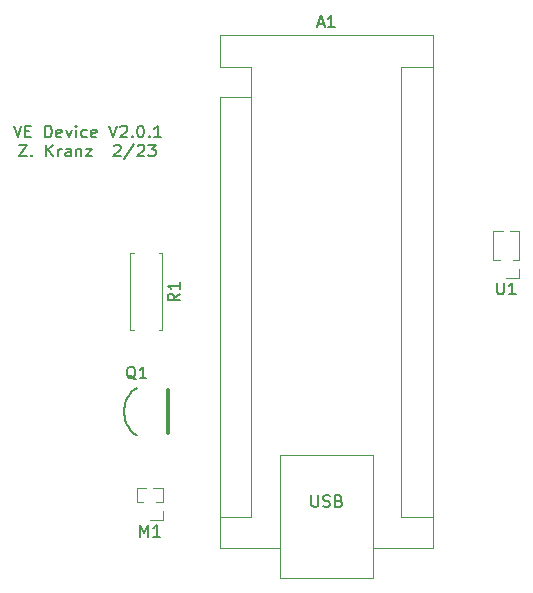
<source format=gbr>
%TF.GenerationSoftware,KiCad,Pcbnew,(6.0.11)*%
%TF.CreationDate,2023-02-17T13:23:48-05:00*%
%TF.ProjectId,mainboard,6d61696e-626f-4617-9264-2e6b69636164,rev?*%
%TF.SameCoordinates,Original*%
%TF.FileFunction,Legend,Top*%
%TF.FilePolarity,Positive*%
%FSLAX46Y46*%
G04 Gerber Fmt 4.6, Leading zero omitted, Abs format (unit mm)*
G04 Created by KiCad (PCBNEW (6.0.11)) date 2023-02-17 13:23:48*
%MOMM*%
%LPD*%
G01*
G04 APERTURE LIST*
%ADD10C,0.150000*%
%ADD11C,0.120000*%
%ADD12C,0.300000*%
G04 APERTURE END LIST*
D10*
X97854285Y-115487380D02*
X98187619Y-116487380D01*
X98520952Y-115487380D01*
X98854285Y-115963571D02*
X99187619Y-115963571D01*
X99330476Y-116487380D02*
X98854285Y-116487380D01*
X98854285Y-115487380D01*
X99330476Y-115487380D01*
X100520952Y-116487380D02*
X100520952Y-115487380D01*
X100759047Y-115487380D01*
X100901904Y-115535000D01*
X100997142Y-115630238D01*
X101044761Y-115725476D01*
X101092380Y-115915952D01*
X101092380Y-116058809D01*
X101044761Y-116249285D01*
X100997142Y-116344523D01*
X100901904Y-116439761D01*
X100759047Y-116487380D01*
X100520952Y-116487380D01*
X101901904Y-116439761D02*
X101806666Y-116487380D01*
X101616190Y-116487380D01*
X101520952Y-116439761D01*
X101473333Y-116344523D01*
X101473333Y-115963571D01*
X101520952Y-115868333D01*
X101616190Y-115820714D01*
X101806666Y-115820714D01*
X101901904Y-115868333D01*
X101949523Y-115963571D01*
X101949523Y-116058809D01*
X101473333Y-116154047D01*
X102282857Y-115820714D02*
X102520952Y-116487380D01*
X102759047Y-115820714D01*
X103140000Y-116487380D02*
X103140000Y-115820714D01*
X103140000Y-115487380D02*
X103092380Y-115535000D01*
X103140000Y-115582619D01*
X103187619Y-115535000D01*
X103140000Y-115487380D01*
X103140000Y-115582619D01*
X104044761Y-116439761D02*
X103949523Y-116487380D01*
X103759047Y-116487380D01*
X103663809Y-116439761D01*
X103616190Y-116392142D01*
X103568571Y-116296904D01*
X103568571Y-116011190D01*
X103616190Y-115915952D01*
X103663809Y-115868333D01*
X103759047Y-115820714D01*
X103949523Y-115820714D01*
X104044761Y-115868333D01*
X104854285Y-116439761D02*
X104759047Y-116487380D01*
X104568571Y-116487380D01*
X104473333Y-116439761D01*
X104425714Y-116344523D01*
X104425714Y-115963571D01*
X104473333Y-115868333D01*
X104568571Y-115820714D01*
X104759047Y-115820714D01*
X104854285Y-115868333D01*
X104901904Y-115963571D01*
X104901904Y-116058809D01*
X104425714Y-116154047D01*
X105949523Y-115487380D02*
X106282857Y-116487380D01*
X106616190Y-115487380D01*
X106901904Y-115582619D02*
X106949523Y-115535000D01*
X107044761Y-115487380D01*
X107282857Y-115487380D01*
X107378095Y-115535000D01*
X107425714Y-115582619D01*
X107473333Y-115677857D01*
X107473333Y-115773095D01*
X107425714Y-115915952D01*
X106854285Y-116487380D01*
X107473333Y-116487380D01*
X107901904Y-116392142D02*
X107949523Y-116439761D01*
X107901904Y-116487380D01*
X107854285Y-116439761D01*
X107901904Y-116392142D01*
X107901904Y-116487380D01*
X108568571Y-115487380D02*
X108663809Y-115487380D01*
X108759047Y-115535000D01*
X108806666Y-115582619D01*
X108854285Y-115677857D01*
X108901904Y-115868333D01*
X108901904Y-116106428D01*
X108854285Y-116296904D01*
X108806666Y-116392142D01*
X108759047Y-116439761D01*
X108663809Y-116487380D01*
X108568571Y-116487380D01*
X108473333Y-116439761D01*
X108425714Y-116392142D01*
X108378095Y-116296904D01*
X108330476Y-116106428D01*
X108330476Y-115868333D01*
X108378095Y-115677857D01*
X108425714Y-115582619D01*
X108473333Y-115535000D01*
X108568571Y-115487380D01*
X109330476Y-116392142D02*
X109378095Y-116439761D01*
X109330476Y-116487380D01*
X109282857Y-116439761D01*
X109330476Y-116392142D01*
X109330476Y-116487380D01*
X110330476Y-116487380D02*
X109759047Y-116487380D01*
X110044761Y-116487380D02*
X110044761Y-115487380D01*
X109949523Y-115630238D01*
X109854285Y-115725476D01*
X109759047Y-115773095D01*
X98354285Y-117097380D02*
X99020952Y-117097380D01*
X98354285Y-118097380D01*
X99020952Y-118097380D01*
X99401904Y-118002142D02*
X99449523Y-118049761D01*
X99401904Y-118097380D01*
X99354285Y-118049761D01*
X99401904Y-118002142D01*
X99401904Y-118097380D01*
X100640000Y-118097380D02*
X100640000Y-117097380D01*
X101211428Y-118097380D02*
X100782857Y-117525952D01*
X101211428Y-117097380D02*
X100640000Y-117668809D01*
X101640000Y-118097380D02*
X101640000Y-117430714D01*
X101640000Y-117621190D02*
X101687619Y-117525952D01*
X101735238Y-117478333D01*
X101830476Y-117430714D01*
X101925714Y-117430714D01*
X102687619Y-118097380D02*
X102687619Y-117573571D01*
X102640000Y-117478333D01*
X102544761Y-117430714D01*
X102354285Y-117430714D01*
X102259047Y-117478333D01*
X102687619Y-118049761D02*
X102592380Y-118097380D01*
X102354285Y-118097380D01*
X102259047Y-118049761D01*
X102211428Y-117954523D01*
X102211428Y-117859285D01*
X102259047Y-117764047D01*
X102354285Y-117716428D01*
X102592380Y-117716428D01*
X102687619Y-117668809D01*
X103163809Y-117430714D02*
X103163809Y-118097380D01*
X103163809Y-117525952D02*
X103211428Y-117478333D01*
X103306666Y-117430714D01*
X103449523Y-117430714D01*
X103544761Y-117478333D01*
X103592380Y-117573571D01*
X103592380Y-118097380D01*
X103973333Y-117430714D02*
X104497142Y-117430714D01*
X103973333Y-118097380D01*
X104497142Y-118097380D01*
X106354285Y-117192619D02*
X106401904Y-117145000D01*
X106497142Y-117097380D01*
X106735238Y-117097380D01*
X106830476Y-117145000D01*
X106878095Y-117192619D01*
X106925714Y-117287857D01*
X106925714Y-117383095D01*
X106878095Y-117525952D01*
X106306666Y-118097380D01*
X106925714Y-118097380D01*
X108068571Y-117049761D02*
X107211428Y-118335476D01*
X108354285Y-117192619D02*
X108401904Y-117145000D01*
X108497142Y-117097380D01*
X108735238Y-117097380D01*
X108830476Y-117145000D01*
X108878095Y-117192619D01*
X108925714Y-117287857D01*
X108925714Y-117383095D01*
X108878095Y-117525952D01*
X108306666Y-118097380D01*
X108925714Y-118097380D01*
X109259047Y-117097380D02*
X109878095Y-117097380D01*
X109544761Y-117478333D01*
X109687619Y-117478333D01*
X109782857Y-117525952D01*
X109830476Y-117573571D01*
X109878095Y-117668809D01*
X109878095Y-117906904D01*
X109830476Y-118002142D01*
X109782857Y-118049761D01*
X109687619Y-118097380D01*
X109401904Y-118097380D01*
X109306666Y-118049761D01*
X109259047Y-118002142D01*
%TO.C,A1*%
X123615714Y-106846666D02*
X124091904Y-106846666D01*
X123520476Y-107132380D02*
X123853809Y-106132380D01*
X124187142Y-107132380D01*
X125044285Y-107132380D02*
X124472857Y-107132380D01*
X124758571Y-107132380D02*
X124758571Y-106132380D01*
X124663333Y-106275238D01*
X124568095Y-106370476D01*
X124472857Y-106418095D01*
X123068095Y-146772380D02*
X123068095Y-147581904D01*
X123115714Y-147677142D01*
X123163333Y-147724761D01*
X123258571Y-147772380D01*
X123449047Y-147772380D01*
X123544285Y-147724761D01*
X123591904Y-147677142D01*
X123639523Y-147581904D01*
X123639523Y-146772380D01*
X124068095Y-147724761D02*
X124210952Y-147772380D01*
X124449047Y-147772380D01*
X124544285Y-147724761D01*
X124591904Y-147677142D01*
X124639523Y-147581904D01*
X124639523Y-147486666D01*
X124591904Y-147391428D01*
X124544285Y-147343809D01*
X124449047Y-147296190D01*
X124258571Y-147248571D01*
X124163333Y-147200952D01*
X124115714Y-147153333D01*
X124068095Y-147058095D01*
X124068095Y-146962857D01*
X124115714Y-146867619D01*
X124163333Y-146820000D01*
X124258571Y-146772380D01*
X124496666Y-146772380D01*
X124639523Y-146820000D01*
X125401428Y-147248571D02*
X125544285Y-147296190D01*
X125591904Y-147343809D01*
X125639523Y-147439047D01*
X125639523Y-147581904D01*
X125591904Y-147677142D01*
X125544285Y-147724761D01*
X125449047Y-147772380D01*
X125068095Y-147772380D01*
X125068095Y-146772380D01*
X125401428Y-146772380D01*
X125496666Y-146820000D01*
X125544285Y-146867619D01*
X125591904Y-146962857D01*
X125591904Y-147058095D01*
X125544285Y-147153333D01*
X125496666Y-147200952D01*
X125401428Y-147248571D01*
X125068095Y-147248571D01*
%TO.C,R1*%
X111912380Y-129706666D02*
X111436190Y-130040000D01*
X111912380Y-130278095D02*
X110912380Y-130278095D01*
X110912380Y-129897142D01*
X110960000Y-129801904D01*
X111007619Y-129754285D01*
X111102857Y-129706666D01*
X111245714Y-129706666D01*
X111340952Y-129754285D01*
X111388571Y-129801904D01*
X111436190Y-129897142D01*
X111436190Y-130278095D01*
X111912380Y-128754285D02*
X111912380Y-129325714D01*
X111912380Y-129040000D02*
X110912380Y-129040000D01*
X111055238Y-129135238D01*
X111150476Y-129230476D01*
X111198095Y-129325714D01*
%TO.C,Q1*%
X108187261Y-136977619D02*
X108092023Y-136930000D01*
X107996785Y-136834761D01*
X107853928Y-136691904D01*
X107758690Y-136644285D01*
X107663452Y-136644285D01*
X107711071Y-136882380D02*
X107615833Y-136834761D01*
X107520595Y-136739523D01*
X107472976Y-136549047D01*
X107472976Y-136215714D01*
X107520595Y-136025238D01*
X107615833Y-135930000D01*
X107711071Y-135882380D01*
X107901547Y-135882380D01*
X107996785Y-135930000D01*
X108092023Y-136025238D01*
X108139642Y-136215714D01*
X108139642Y-136549047D01*
X108092023Y-136739523D01*
X107996785Y-136834761D01*
X107901547Y-136882380D01*
X107711071Y-136882380D01*
X109092023Y-136882380D02*
X108520595Y-136882380D01*
X108806309Y-136882380D02*
X108806309Y-135882380D01*
X108711071Y-136025238D01*
X108615833Y-136120476D01*
X108520595Y-136168095D01*
%TO.C,U1*%
X138808095Y-128782380D02*
X138808095Y-129591904D01*
X138855714Y-129687142D01*
X138903333Y-129734761D01*
X138998571Y-129782380D01*
X139189047Y-129782380D01*
X139284285Y-129734761D01*
X139331904Y-129687142D01*
X139379523Y-129591904D01*
X139379523Y-128782380D01*
X140379523Y-129782380D02*
X139808095Y-129782380D01*
X140093809Y-129782380D02*
X140093809Y-128782380D01*
X139998571Y-128925238D01*
X139903333Y-129020476D01*
X139808095Y-129068095D01*
%TO.C,M1*%
X108580467Y-150273630D02*
X108580467Y-149273630D01*
X108913800Y-149987916D01*
X109247133Y-149273630D01*
X109247133Y-150273630D01*
X110247133Y-150273630D02*
X109675705Y-150273630D01*
X109961419Y-150273630D02*
X109961419Y-149273630D01*
X109866181Y-149416488D01*
X109770943Y-149511726D01*
X109675705Y-149559345D01*
D11*
%TO.C,A1*%
X115310000Y-113030000D02*
X115310000Y-151260000D01*
X117980000Y-113030000D02*
X115310000Y-113030000D01*
X120390000Y-143380000D02*
X128270000Y-143380000D01*
X133350000Y-151260000D02*
X133350000Y-107820000D01*
X117980000Y-110490000D02*
X115310000Y-110490000D01*
X130680000Y-110490000D02*
X133350000Y-110490000D01*
X128270000Y-153800000D02*
X120390000Y-153800000D01*
X130680000Y-110490000D02*
X130680000Y-148590000D01*
X115310000Y-107820000D02*
X115310000Y-110490000D01*
X115310000Y-151260000D02*
X120390000Y-151260000D01*
X120390000Y-153800000D02*
X120390000Y-143380000D01*
X117980000Y-113030000D02*
X117980000Y-110490000D01*
X130680000Y-148590000D02*
X133350000Y-148590000D01*
X133350000Y-151260000D02*
X128270000Y-151260000D01*
X133350000Y-107820000D02*
X115310000Y-107820000D01*
X117980000Y-113030000D02*
X117980000Y-148590000D01*
X117980000Y-148590000D02*
X115310000Y-148590000D01*
X128270000Y-143380000D02*
X128270000Y-153800000D01*
%TO.C,R1*%
X110460000Y-132810000D02*
X110130000Y-132810000D01*
X107720000Y-132810000D02*
X108050000Y-132810000D01*
X107720000Y-126270000D02*
X107720000Y-132810000D01*
X110130000Y-126270000D02*
X110460000Y-126270000D01*
X108050000Y-126270000D02*
X107720000Y-126270000D01*
X110460000Y-126270000D02*
X110460000Y-132810000D01*
D10*
%TO.C,Q1*%
X107250285Y-140170655D02*
X107215546Y-139936466D01*
X107250285Y-139229345D02*
X107307810Y-138999688D01*
X107488794Y-138562755D02*
X107610509Y-138359687D01*
X107751541Y-141230474D02*
X107610509Y-141040313D01*
X107488794Y-140837245D02*
X107387570Y-140623224D01*
X107910534Y-141405895D02*
X107751541Y-141230474D01*
X107387570Y-140623224D02*
X107307810Y-140400312D01*
X107910534Y-137994105D02*
X108085955Y-137835112D01*
X107610509Y-141040313D02*
X107488794Y-140837245D01*
X108276116Y-141705920D02*
X108085955Y-141564888D01*
X108085955Y-137835112D02*
X108276116Y-137694080D01*
X108085955Y-141564888D02*
X107910534Y-141405895D01*
X107203929Y-139700000D02*
X107215546Y-139463534D01*
X107215546Y-139936466D02*
X107203929Y-139700000D01*
X107610509Y-138359687D02*
X107751541Y-138169526D01*
X107751541Y-138169526D02*
X107910534Y-137994105D01*
D12*
X110932500Y-141509375D02*
X110932500Y-137890625D01*
D10*
X107307810Y-140400312D02*
X107250285Y-140170655D01*
X107387570Y-138776776D02*
X107488794Y-138562755D01*
X107307810Y-138999688D02*
X107387570Y-138776776D01*
X107215546Y-139463534D02*
X107250285Y-139229345D01*
D11*
%TO.C,U1*%
X139262470Y-124400000D02*
X138460000Y-124400000D01*
X140680000Y-126875000D02*
X140133471Y-126875000D01*
X140680000Y-124400000D02*
X139877530Y-124400000D01*
X140680000Y-128395000D02*
X139570000Y-128395000D01*
X139006529Y-126875000D02*
X138460000Y-126875000D01*
X140680000Y-126875000D02*
X140680000Y-124400000D01*
X138460000Y-126875000D02*
X138460000Y-124400000D01*
X140680000Y-127635000D02*
X140680000Y-128395000D01*
%TO.C,M1*%
X110499991Y-148126250D02*
X110499991Y-148886250D01*
X109082461Y-146161250D02*
X108279991Y-146161250D01*
X110499991Y-147366250D02*
X110499991Y-146161250D01*
X110499991Y-147366250D02*
X109953462Y-147366250D01*
X110499991Y-148886250D02*
X109389991Y-148886250D01*
X108279991Y-147366250D02*
X108279991Y-146161250D01*
X108826520Y-147366250D02*
X108279991Y-147366250D01*
X110499991Y-146161250D02*
X109697521Y-146161250D01*
%TD*%
M02*

</source>
